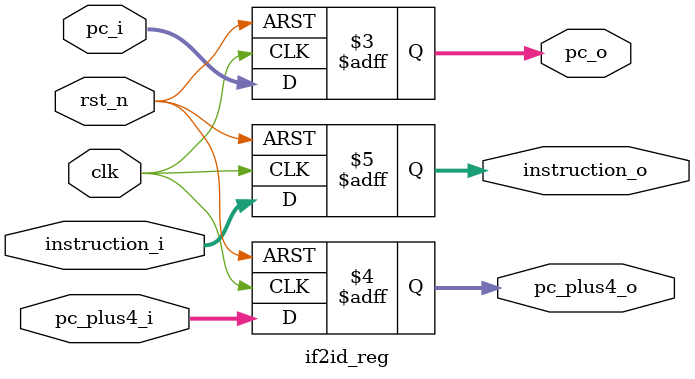
<source format=sv>
`timescale 1ns / 1ps

module if2id_reg #(
  parameter DATA_WIDTH = 32
) (
  input logic clk,
  input logic rst_n,
  input logic [DATA_WIDTH-1:0] pc_i,
  input logic [DATA_WIDTH-1:0] pc_plus4_i,
  input logic [DATA_WIDTH-1:0] instruction_i,

  output logic [DATA_WIDTH-1:0] pc_o,
  output logic [DATA_WIDTH-1:0] pc_plus4_o,
  output logic [DATA_WIDTH-1:0] instruction_o
);

  always_ff @(posedge clk or negedge rst_n) begin
    if (!rst_n) begin
      pc_o          <= '0;
      pc_plus4_o    <= '0;
      instruction_o <= '0;
    end else begin
      pc_o          <= pc_i;
      pc_plus4_o    <= pc_plus4_i;
      instruction_o <= instruction_i;
    end
  end
endmodule

</source>
